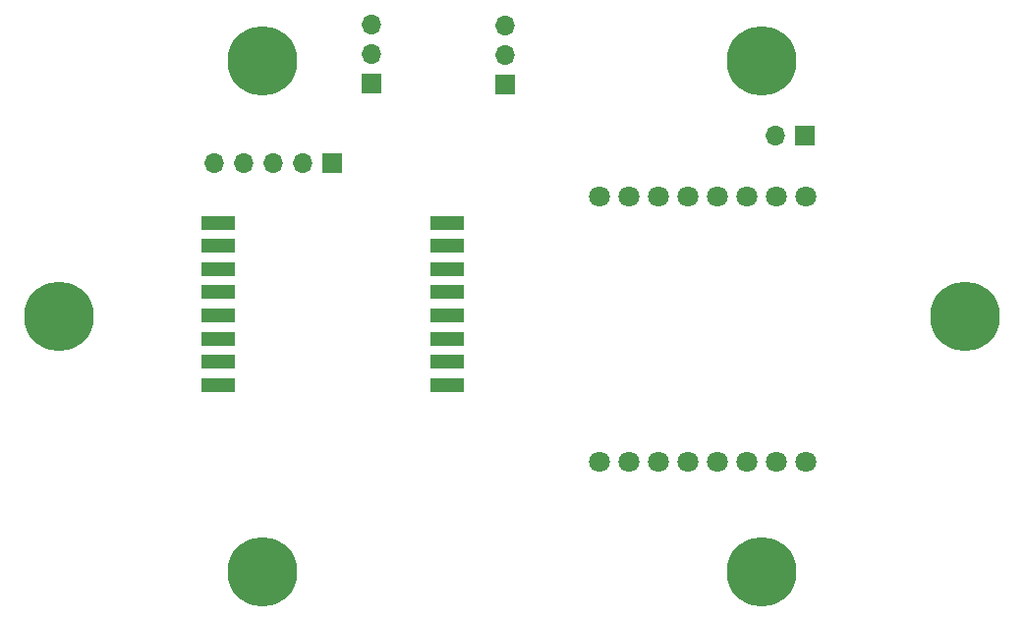
<source format=gbr>
G04 #@! TF.FileFunction,Soldermask,Bot*
%FSLAX46Y46*%
G04 Gerber Fmt 4.6, Leading zero omitted, Abs format (unit mm)*
G04 Created by KiCad (PCBNEW 4.0.7) date 03/21/18 19:19:58*
%MOMM*%
%LPD*%
G01*
G04 APERTURE LIST*
%ADD10C,0.100000*%
%ADD11C,6.000000*%
%ADD12R,1.700000X1.700000*%
%ADD13O,1.700000X1.700000*%
%ADD14C,1.800000*%
%ADD15R,3.000000X1.200000*%
G04 APERTURE END LIST*
D10*
D11*
X106825000Y-91700000D03*
X184825000Y-91700000D03*
X167325000Y-113700000D03*
X124325000Y-113700000D03*
X124325000Y-69700000D03*
X167325000Y-69700000D03*
D12*
X145275000Y-71725000D03*
D13*
X145275000Y-69185000D03*
X145275000Y-66645000D03*
D12*
X133725000Y-71675000D03*
D13*
X133725000Y-69135000D03*
X133725000Y-66595000D03*
D12*
X130380000Y-78490000D03*
D13*
X127840000Y-78490000D03*
X125300000Y-78490000D03*
X122760000Y-78490000D03*
X120220000Y-78490000D03*
D14*
X171140000Y-104230000D03*
X171140000Y-81370000D03*
X168600000Y-104230000D03*
X168600000Y-81370000D03*
X166060000Y-104230000D03*
X166060000Y-81370000D03*
X163520000Y-104230000D03*
X163520000Y-81370000D03*
X160980000Y-104230000D03*
X160980000Y-81370000D03*
X158440000Y-104230000D03*
X158440000Y-81370000D03*
X155900000Y-104230000D03*
X155900000Y-81370000D03*
X153360000Y-104230000D03*
X153360000Y-81370000D03*
D15*
X140210000Y-83650000D03*
X140210000Y-85650000D03*
X140210000Y-87650000D03*
X140210000Y-89650000D03*
X140210000Y-91650000D03*
X140210000Y-93650000D03*
X140210000Y-95650000D03*
X140210000Y-97650000D03*
X120510000Y-97650000D03*
X120510000Y-95650000D03*
X120510000Y-93650000D03*
X120510000Y-91650000D03*
X120510000Y-89650000D03*
X120510000Y-87650000D03*
X120510000Y-85650000D03*
X120510000Y-83650000D03*
D12*
X171090000Y-76160000D03*
D13*
X168550000Y-76160000D03*
M02*

</source>
